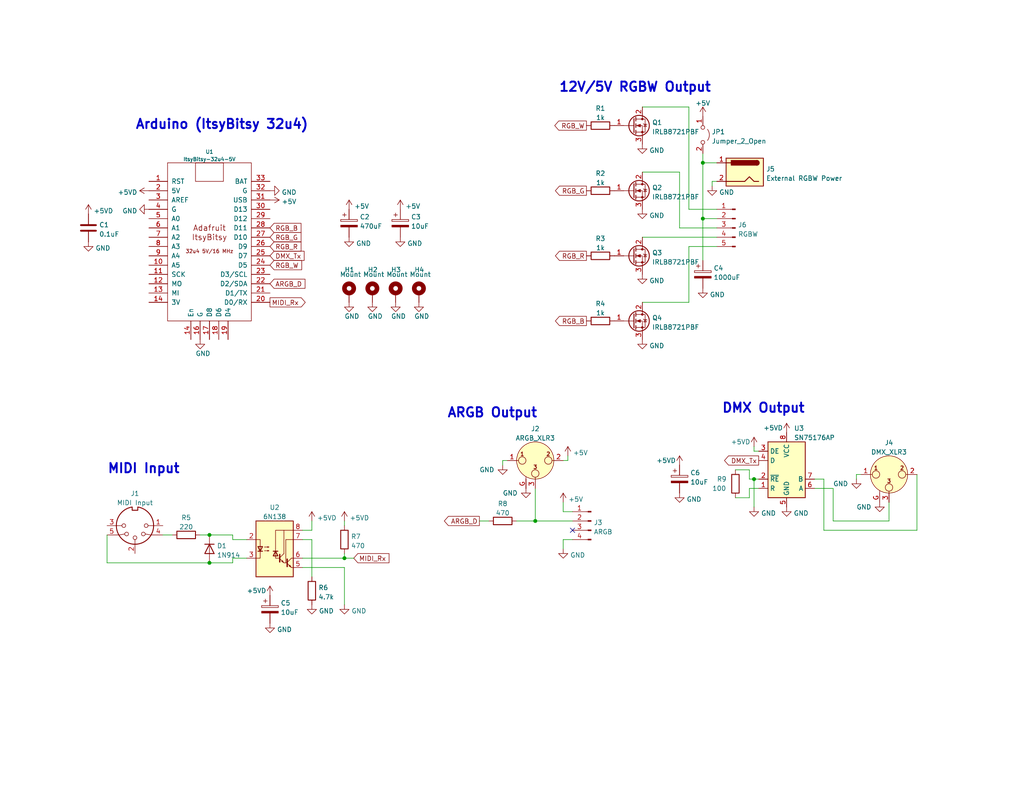
<source format=kicad_sch>
(kicad_sch (version 20211123) (generator eeschema)
  (paper "A")
  (title_block (title "Arduino MIDI ARGB DMX") (date "2022-05-06") (rev "1") (company "Cooper Dalrymple") (comment 1 "Avoid swapping DMX and ARGB connections.") (comment 2 "XLR connector is provided for longer ARGB runs.") (comment 4 "Convert Midi input to ARGB/RGB and DMX outputs with an Arduino."))
  (lib_symbols
    (symbol "Connector:Barrel_Jack" (pin_names (offset 1.016))
      (property "Reference" "J" (at 0 5.334 0))
      (property "Value" "Barrel_Jack" (at 0 -5.08 0))
      (symbol "Barrel_Jack_0_1"
        (rectangle (start -5.08 3.81) (end 5.08 -3.81) (stroke (width 0.254)) (fill (type background)))
        (arc (start -3.302 3.175) (mid -3.937 2.54) (end -3.302 1.905) (stroke (width 0.254)))
        (arc (start -3.302 3.175) (mid -3.937 2.54) (end -3.302 1.905) (stroke (width 0.254)) (fill (type outline)))
        (polyline (pts (xy 5.08 2.54) (xy 3.81 2.54)) (stroke (width 0.254)))
        (polyline (pts (xy -3.81 -2.54) (xy -2.54 -2.54) (xy -1.27 -1.27) (xy 0 -2.54) (xy 2.54 -2.54) (xy 5.08 -2.54)) (stroke (width 0.254)))
        (rectangle (start 3.683 3.175) (end -3.302 1.905) (stroke (width 0.254)) (fill (type outline)))
      )
      (symbol "Barrel_Jack_1_1"
        (pin passive line (at 7.62 2.54 180) (length 2.54) (name "~") (number "1"))
        (pin passive line (at 7.62 -2.54 180) (length 2.54) (name "~") (number "2"))
      )
    )
    (symbol "Connector:Conn_01x04_Male" (pin_names (offset 1.016) hide)
      (property "Reference" "J" (at 0 5.08 0))
      (property "Value" "Conn_01x04_Male" (at 0 -7.62 0))
      (symbol "Conn_01x04_Male_1_1"
        (polyline (pts (xy 1.27 -5.08) (xy 0.8636 -5.08)) (stroke (width 0.1524)))
        (polyline (pts (xy 1.27 -2.54) (xy 0.8636 -2.54)) (stroke (width 0.1524)))
        (polyline (pts (xy 1.27 0) (xy 0.8636 0)) (stroke (width 0.1524)))
        (polyline (pts (xy 1.27 2.54) (xy 0.8636 2.54)) (stroke (width 0.1524)))
        (rectangle (start 0.8636 -4.953) (end 0 -5.207) (stroke (width 0.1524)) (fill (type outline)))
        (rectangle (start 0.8636 -2.413) (end 0 -2.667) (stroke (width 0.1524)) (fill (type outline)))
        (rectangle (start 0.8636 0.127) (end 0 -0.127) (stroke (width 0.1524)) (fill (type outline)))
        (rectangle (start 0.8636 2.667) (end 0 2.413) (stroke (width 0.1524)) (fill (type outline)))
        (pin passive line (at 5.08 2.54 180) (length 3.81) (name "Pin_1") (number "1"))
        (pin passive line (at 5.08 0 180) (length 3.81) (name "Pin_2") (number "2"))
        (pin passive line (at 5.08 -2.54 180) (length 3.81) (name "Pin_3") (number "3"))
        (pin passive line (at 5.08 -5.08 180) (length 3.81) (name "Pin_4") (number "4"))
      )
    )
    (symbol "Connector:Conn_01x05_Male" (pin_names (offset 1.016) hide)
      (property "Reference" "J" (at 0 7.62 0))
      (property "Value" "Conn_01x05_Male" (at 0 -7.62 0))
      (symbol "Conn_01x05_Male_1_1"
        (polyline (pts (xy 1.27 -5.08) (xy 0.8636 -5.08)) (stroke (width 0.1524)))
        (polyline (pts (xy 1.27 -2.54) (xy 0.8636 -2.54)) (stroke (width 0.1524)))
        (polyline (pts (xy 1.27 0) (xy 0.8636 0)) (stroke (width 0.1524)))
        (polyline (pts (xy 1.27 2.54) (xy 0.8636 2.54)) (stroke (width 0.1524)))
        (polyline (pts (xy 1.27 5.08) (xy 0.8636 5.08)) (stroke (width 0.1524)))
        (rectangle (start 0.8636 -4.953) (end 0 -5.207) (stroke (width 0.1524)) (fill (type outline)))
        (rectangle (start 0.8636 -2.413) (end 0 -2.667) (stroke (width 0.1524)) (fill (type outline)))
        (rectangle (start 0.8636 0.127) (end 0 -0.127) (stroke (width 0.1524)) (fill (type outline)))
        (rectangle (start 0.8636 2.667) (end 0 2.413) (stroke (width 0.1524)) (fill (type outline)))
        (rectangle (start 0.8636 5.207) (end 0 4.953) (stroke (width 0.1524)) (fill (type outline)))
        (pin passive line (at 5.08 5.08 180) (length 3.81) (name "Pin_1") (number "1"))
        (pin passive line (at 5.08 2.54 180) (length 3.81) (name "Pin_2") (number "2"))
        (pin passive line (at 5.08 0 180) (length 3.81) (name "Pin_3") (number "3"))
        (pin passive line (at 5.08 -2.54 180) (length 3.81) (name "Pin_4") (number "4"))
        (pin passive line (at 5.08 -5.08 180) (length 3.81) (name "Pin_5") (number "5"))
      )
    )
    (symbol "Connector:DIN-5_180degree" (pin_names (offset 1.016))
      (property "Reference" "J" (at 3.175 5.715 0))
      (property "Value" "DIN-5_180degree" (at 0 -6.35 0))
      (symbol "DIN-5_180degree_0_1"
        (arc (start -5.08 0) (mid -3.8609 -3.3364) (end -0.762 -5.08) (stroke (width 0.254)))
        (circle (center -3.048 0) (radius 0.508))
        (circle (center -2.286 2.286) (radius 0.508))
        (polyline (pts (xy -5.08 0) (xy -3.556 0)))
        (polyline (pts (xy 0 5.08) (xy 0 3.81)))
        (polyline (pts (xy 5.08 0) (xy 3.556 0)))
        (polyline (pts (xy -5.08 2.54) (xy -4.318 2.54) (xy -2.794 2.286)))
        (polyline (pts (xy 5.08 2.54) (xy 4.318 2.54) (xy 2.794 2.286)))
        (polyline (pts (xy -0.762 -4.953) (xy -0.762 -4.191) (xy 0.762 -4.191) (xy 0.762 -4.953)) (stroke (width 0.254)))
        (circle (center 0 3.302) (radius 0.508))
        (arc (start 0.762 -5.08) (mid 3.8685 -3.343) (end 5.08 0) (stroke (width 0.254)))
        (circle (center 2.286 2.286) (radius 0.508))
        (circle (center 3.048 0) (radius 0.508))
        (arc (start 5.08 0) (mid 0 5.08) (end -5.08 0) (stroke (width 0.254)))
      )
      (symbol "DIN-5_180degree_1_1"
        (pin passive line (at -7.62 0 0) (length 2.54) (name "~") (number "1"))
        (pin passive line (at 0 7.62 270) (length 2.54) (name "~") (number "2"))
        (pin passive line (at 7.62 0 180) (length 2.54) (name "~") (number "3"))
        (pin passive line (at -7.62 2.54 0) (length 2.54) (name "~") (number "4"))
        (pin passive line (at 7.62 2.54 180) (length 2.54) (name "~") (number "5"))
      )
    )
    (symbol "Connector:XLR3_Ground" (pin_names hide)
      (property "Reference" "J" (at 0 8.89 0))
      (property "Value" "XLR3_Ground" (at 0 6.35 0))
      (symbol "XLR3_Ground_0_1"
        (circle (center -3.556 0) (radius 1.016))
        (circle (center 0 -3.556) (radius 1.016))
        (polyline (pts (xy -5.08 0) (xy -4.572 0)))
        (polyline (pts (xy -2.54 -5.08) (xy -2.54 -4.445)))
        (polyline (pts (xy 0 -5.08) (xy 0 -4.572)))
        (polyline (pts (xy 5.08 0) (xy 4.572 0)))
        (circle (center 0 0) (radius 5.08) (fill (type background)))
        (circle (center 3.556 0) (radius 1.016))
        (text "1" (at -3.556 1.778 0) (effects (font (size 1.016 1.016) bold)))
        (text "2" (at 3.556 1.778 0) (effects (font (size 1.016 1.016) bold)))
        (text "3" (at 0 -1.778 0) (effects (font (size 1.016 1.016) bold)))
        (pin passive line (at -7.62 0 0) (length 2.54) (name "~") (number "1"))
        (pin passive line (at 7.62 0 180) (length 2.54) (name "~") (number "2"))
        (pin passive line (at 0 -7.62 90) (length 2.54) (name "~") (number "3"))
      )
      (symbol "XLR3_Ground_1_1"
        (pin passive line (at -2.54 -7.62 90) (length 2.54) (name "~") (number "G"))
      )
    )
    (symbol "Device:C" (pin_numbers hide) (pin_names (offset 0.254))
      (property "Reference" "C" (at 0.635 2.54 0))
      (property "Value" "C" (at 0.635 -2.54 0))
      (symbol "C_0_1"
        (polyline (pts (xy -2.032 -0.762) (xy 2.032 -0.762)) (stroke (width 0.508)))
        (polyline (pts (xy -2.032 0.762) (xy 2.032 0.762)) (stroke (width 0.508)))
      )
      (symbol "C_1_1"
        (pin passive line (at 0 3.81 270) (length 2.794) (name "~") (number "1"))
        (pin passive line (at 0 -3.81 90) (length 2.794) (name "~") (number "2"))
      )
    )
    (symbol "Device:C_Polarized" (pin_numbers hide) (pin_names (offset 0.254))
      (property "Reference" "C" (at 0.635 2.54 0))
      (property "Value" "C_Polarized" (at 0.635 -2.54 0))
      (symbol "C_Polarized_0_1"
        (rectangle (start -2.286 0.508) (end 2.286 1.016))
        (polyline (pts (xy -1.778 2.286) (xy -0.762 2.286)))
        (polyline (pts (xy -1.27 2.794) (xy -1.27 1.778)))
        (rectangle (start 2.286 -0.508) (end -2.286 -1.016) (fill (type outline)))
      )
      (symbol "C_Polarized_1_1"
        (pin passive line (at 0 3.81 270) (length 2.794) (name "~") (number "1"))
        (pin passive line (at 0 -3.81 90) (length 2.794) (name "~") (number "2"))
      )
    )
    (symbol "Device:R" (pin_numbers hide) (pin_names (offset 0))
      (property "Reference" "R" (at 2.032 0 90))
      (property "Value" "R" (at 0 0 90))
      (symbol "R_0_1"
        (rectangle (start -1.016 -2.54) (end 1.016 2.54) (stroke (width 0.254)))
      )
      (symbol "R_1_1"
        (pin passive line (at 0 3.81 270) (length 1.27) (name "~") (number "1"))
        (pin passive line (at 0 -3.81 90) (length 1.27) (name "~") (number "2"))
      )
    )
    (symbol "Diode:1N914" (pin_numbers hide) (pin_names (offset 1.016) hide)
      (property "Reference" "D" (at 0 2.54 0))
      (property "Value" "1N914" (at 0 -2.54 0))
      (symbol "1N914_0_1"
        (polyline (pts (xy -1.27 1.27) (xy -1.27 -1.27)) (stroke (width 0.254)))
        (polyline (pts (xy 1.27 0) (xy -1.27 0)))
        (polyline (pts (xy 1.27 1.27) (xy 1.27 -1.27) (xy -1.27 0) (xy 1.27 1.27)) (stroke (width 0.254)))
      )
      (symbol "1N914_1_1"
        (pin passive line (at -3.81 0 0) (length 2.54) (name "K") (number "1"))
        (pin passive line (at 3.81 0 180) (length 2.54) (name "A") (number "2"))
      )
    )
    (symbol "Interface_UART:SN75176AP"
      (property "Reference" "U" (at -4.318 8.89 0))
      (property "Value" "SN75176AP" (at 1.016 8.89 0))
      (symbol "SN75176AP_0_1"
        (rectangle (start -5.08 7.62) (end 5.08 -7.62) (stroke (width 0.254)) (fill (type background)))
      )
      (symbol "SN75176AP_1_1"
        (pin output line (at -7.62 -5.08 0) (length 2.54) (name "R") (number "1"))
        (pin input line (at -7.62 -2.54 0) (length 2.54) (name "~{RE}") (number "2"))
        (pin input line (at -7.62 5.08 0) (length 2.54) (name "DE") (number "3"))
        (pin input line (at -7.62 2.54 0) (length 2.54) (name "D") (number "4"))
        (pin power_in line (at 0 -10.16 90) (length 2.54) (name "GND") (number "5"))
        (pin bidirectional line (at 7.62 -5.08 180) (length 2.54) (name "A") (number "6"))
        (pin bidirectional line (at 7.62 -2.54 180) (length 2.54) (name "B") (number "7"))
        (pin power_in line (at 0 10.16 270) (length 2.54) (name "VCC") (number "8"))
      )
    )
    (symbol "Isolator:6N138" (pin_names (offset 1.016) hide)
      (property "Reference" "U" (at -4.064 8.89 0))
      (property "Value" "6N138" (at 2.286 8.89 0))
      (symbol "6N138_0_1"
        (rectangle (start -5.08 7.62) (end 5.08 -7.62) (stroke (width 0.254)) (fill (type background)))
        (polyline (pts (xy -4.572 -0.635) (xy -3.302 -0.635)) (stroke (width 0.254)))
        (polyline (pts (xy 0.889 -0.635) (xy -0.381 -0.635)) (stroke (width 0.254)))
        (polyline (pts (xy 1.397 -2.667) (xy 2.54 -3.81)))
        (polyline (pts (xy 1.397 -2.413) (xy 2.54 -1.27)))
        (polyline (pts (xy 2.54 -3.81) (xy 3.175 -3.81)))
        (polyline (pts (xy 3.429 -3.937) (xy 4.572 -5.08)))
        (polyline (pts (xy 3.429 -3.683) (xy 4.572 -2.54)))
        (polyline (pts (xy 4.572 -5.08) (xy 5.08 -5.08)))
        (polyline (pts (xy 4.572 -2.54) (xy 5.08 -2.54)))
        (polyline (pts (xy 1.397 -1.524) (xy 1.397 -3.556) (xy 1.397 -3.556)) (stroke (width 0.3556)))
        (polyline (pts (xy 2.54 -1.27) (xy 2.54 5.08) (xy 5.08 5.08)))
        (polyline (pts (xy 3.429 -2.794) (xy 3.429 -4.826) (xy 3.429 -4.826)) (stroke (width 0.3556)))
        (polyline (pts (xy 5.08 2.54) (xy 3.048 2.54) (xy 3.048 -3.81)))
        (polyline (pts (xy -5.08 -2.54) (xy -3.937 -2.54) (xy -3.937 2.54) (xy -5.08 2.54)))
        (polyline (pts (xy -3.937 -0.635) (xy -4.572 0.635) (xy -3.302 0.635) (xy -3.937 -0.635)) (stroke (width 0.254)))
        (polyline (pts (xy 0.254 -0.635) (xy 0.889 -1.905) (xy -0.381 -1.905) (xy 0.254 -0.635)) (stroke (width 0.254)))
        (polyline (pts (xy 1.27 -2.54) (xy 0.254 -2.54) (xy 0.254 5.08) (xy 2.54 5.08)))
        (polyline (pts (xy 2.413 -3.683) (xy 2.159 -3.175) (xy 1.905 -3.429) (xy 2.413 -3.683)))
        (polyline (pts (xy 4.445 -4.953) (xy 4.191 -4.445) (xy 3.937 -4.699) (xy 4.445 -4.953)))
        (polyline (pts (xy -2.794 -0.508) (xy -1.524 -0.508) (xy -1.905 -0.635) (xy -1.905 -0.381) (xy -1.524 -0.508)))
        (polyline (pts (xy -2.794 0.508) (xy -1.524 0.508) (xy -1.905 0.381) (xy -1.905 0.635) (xy -1.524 0.508)))
      )
      (symbol "6N138_1_1"
        (pin no_connect line (at -5.08 5.08 0) (length 2.54) hide (name "NC") (number "1"))
        (pin passive line (at -7.62 2.54 0) (length 2.54) (name "C1") (number "2"))
        (pin passive line (at -7.62 -2.54 0) (length 2.54) (name "C2") (number "3"))
        (pin no_connect line (at -5.08 -5.08 0) (length 2.54) hide (name "NC") (number "4"))
        (pin passive line (at 7.62 -5.08 180) (length 2.54) (name "GND") (number "5"))
        (pin passive line (at 7.62 -2.54 180) (length 2.54) (name "VO2") (number "6"))
        (pin passive line (at 7.62 2.54 180) (length 2.54) (name "VO1") (number "7"))
        (pin passive line (at 7.62 5.08 180) (length 2.54) (name "VCC") (number "8"))
      )
    )
    (symbol "ItsyBitsy 32u4 5V:ItsyBitsy-32u4-5V" (pin_names (offset 1.016))
      (property "Reference" "U" (at 11.43 22.86 0))
      (property "Value" "ItsyBitsy-32u4-5V" (at -11.43 22.86 0))
      (symbol "ItsyBitsy-32u4-5V_0_0"
        (rectangle (start -3.81 21.59) (end 3.81 16.51))
        (text "32u4 5V/16 MHz" (at 0 -2.54 0) (effects (font (size 0.9906 0.9906))))
        (text "Adafruit" (at 0 3.81 0) (effects (font (size 1.524 1.524))))
        (text "ItsyBitsy" (at 0 1.27 0) (effects (font (size 1.524 1.524))))
      )
      (symbol "ItsyBitsy-32u4-5V_0_1"
        (rectangle (start 11.43 21.59) (end -11.43 -21.59))
      )
      (symbol "ItsyBitsy-32u4-5V_1_1"
        (pin input line (at -16.51 16.51 0) (length 5.08) (name "RST") (number "1"))
        (pin input line (at -16.51 -6.35 0) (length 5.08) (name "A5") (number "10"))
        (pin input line (at -16.51 -8.89 0) (length 5.08) (name "SCK") (number "11"))
        (pin input line (at -16.51 -11.43 0) (length 5.08) (name "MO") (number "12"))
        (pin input line (at -16.51 -13.97 0) (length 5.08) (name "MI") (number "13"))
        (pin input line (at -16.51 -16.51 0) (length 5.08) (name "3V") (number "14"))
        (pin input line (at -5.08 -26.67 90) (length 5.08) (name "En") (number "14"))
        (pin input line (at -2.54 -26.67 90) (length 5.08) (name "G") (number "16"))
        (pin input line (at 0 -26.67 90) (length 5.08) (name "D8") (number "17"))
        (pin input line (at 2.54 -26.67 90) (length 5.08) (name "D6") (number "18"))
        (pin input line (at 5.08 -26.67 90) (length 5.08) (name "D4") (number "19"))
        (pin input line (at -16.51 13.97 0) (length 5.08) (name "5V") (number "2"))
        (pin input line (at 16.51 -16.51 180) (length 5.08) (name "D0/RX") (number "20"))
        (pin input line (at 16.51 -13.97 180) (length 5.08) (name "D1/TX") (number "21"))
        (pin input line (at 16.51 -11.43 180) (length 5.08) (name "D2/SDA") (number "22"))
        (pin input line (at 16.51 -8.89 180) (length 5.08) (name "D3/SCL") (number "23"))
        (pin input line (at 16.51 -6.35 180) (length 5.08) (name "D5") (number "24"))
        (pin input line (at 16.51 -3.81 180) (length 5.08) (name "D7") (number "25"))
        (pin input line (at 16.51 -1.27 180) (length 5.08) (name "D9") (number "26"))
        (pin input line (at 16.51 1.27 180) (length 5.08) (name "D10") (number "27"))
        (pin input line (at 16.51 3.81 180) (length 5.08) (name "D11") (number "28"))
        (pin input line (at 16.51 6.35 180) (length 5.08) (name "D12") (number "29"))
        (pin input line (at -16.51 11.43 0) (length 5.08) (name "AREF") (number "3"))
        (pin input line (at 16.51 8.89 180) (length 5.08) (name "D13") (number "30"))
        (pin input line (at 16.51 11.43 180) (length 5.08) (name "USB") (number "31"))
        (pin input line (at 16.51 13.97 180) (length 5.08) (name "G") (number "32"))
        (pin input line (at 16.51 16.51 180) (length 5.08) (name "BAT") (number "33"))
        (pin input line (at -16.51 8.89 0) (length 5.08) (name "G") (number "4"))
        (pin input line (at -16.51 6.35 0) (length 5.08) (name "A0") (number "5"))
        (pin input line (at -16.51 3.81 0) (length 5.08) (name "A1") (number "6"))
        (pin input line (at -16.51 1.27 0) (length 5.08) (name "A2") (number "7"))
        (pin input line (at -16.51 -1.27 0) (length 5.08) (name "A3") (number "8"))
        (pin input line (at -16.51 -3.81 0) (length 5.08) (name "A4") (number "9"))
      )
    )
    (symbol "Jumper:Jumper_2_Open" (pin_names (offset 0) hide)
      (property "Reference" "JP" (at 0 2.794 0))
      (property "Value" "Jumper_2_Open" (at 0 -2.286 0))
      (symbol "Jumper_2_Open_0_0"
        (circle (center -2.032 0) (radius 0.508))
        (circle (center 2.032 0) (radius 0.508))
      )
      (symbol "Jumper_2_Open_0_1"
        (arc (start 1.524 1.27) (mid 0 1.778) (end -1.524 1.27))
      )
      (symbol "Jumper_2_Open_1_1"
        (pin passive line (at -5.08 0 0) (length 2.54) (name "A") (number "1"))
        (pin passive line (at 5.08 0 180) (length 2.54) (name "B") (number "2"))
      )
    )
    (symbol "Mechanical:MountingHole_Pad" (pin_numbers hide) (pin_names (offset 1.016) hide)
      (property "Reference" "H" (at 0 6.35 0))
      (property "Value" "MountingHole_Pad" (at 0 4.445 0))
      (symbol "MountingHole_Pad_0_1"
        (circle (center 0 1.27) (radius 1.27) (stroke (width 1.27)))
      )
      (symbol "MountingHole_Pad_1_1"
        (pin input line (at 0 -2.54 90) (length 2.54) (name "1") (number "1"))
      )
    )
    (symbol "Transistor_FET:IRLB8721PBF" (pin_names hide)
      (property "Reference" "Q" (at 6.35 1.905 0))
      (property "Value" "IRLB8721PBF" (at 6.35 0 0))
      (symbol "IRLB8721PBF_0_1"
        (polyline (pts (xy 0.254 0) (xy -2.54 0)))
        (polyline (pts (xy 0.254 1.905) (xy 0.254 -1.905)) (stroke (width 0.254)))
        (polyline (pts (xy 0.762 -1.27) (xy 0.762 -2.286)) (stroke (width 0.254)))
        (polyline (pts (xy 0.762 0.508) (xy 0.762 -0.508)) (stroke (width 0.254)))
        (polyline (pts (xy 0.762 2.286) (xy 0.762 1.27)) (stroke (width 0.254)))
        (polyline (pts (xy 2.54 2.54) (xy 2.54 1.778)))
        (polyline (pts (xy 2.54 -2.54) (xy 2.54 0) (xy 0.762 0)))
        (polyline (pts (xy 0.762 -1.778) (xy 3.302 -1.778) (xy 3.302 1.778) (xy 0.762 1.778)))
        (polyline (pts (xy 1.016 0) (xy 2.032 0.381) (xy 2.032 -0.381) (xy 1.016 0)) (fill (type outline)))
        (polyline (pts (xy 2.794 0.508) (xy 2.921 0.381) (xy 3.683 0.381) (xy 3.81 0.254)))
        (polyline (pts (xy 3.302 0.381) (xy 2.921 -0.254) (xy 3.683 -0.254) (xy 3.302 0.381)))
        (circle (center 1.651 0) (radius 2.794) (stroke (width 0.254)))
        (circle (center 2.54 -1.778) (radius 0.254) (fill (type outline)))
        (circle (center 2.54 1.778) (radius 0.254) (fill (type outline)))
      )
      (symbol "IRLB8721PBF_1_1"
        (pin input line (at -5.08 0 0) (length 2.54) (name "G") (number "1"))
        (pin passive line (at 2.54 5.08 270) (length 2.54) (name "D") (number "2"))
        (pin passive line (at 2.54 -5.08 90) (length 2.54) (name "S") (number "3"))
      )
    )
    (symbol "power:+5V" (power) (pin_names (offset 0))
      (property "Value" "+5V" (at 0 3.556 0))
      (symbol "+5V_0_1"
        (polyline (pts (xy -0.762 1.27) (xy 0 2.54)))
        (polyline (pts (xy 0 0) (xy 0 2.54)))
        (polyline (pts (xy 0 2.54) (xy 0.762 1.27)))
      )
      (symbol "+5V_1_1"
        (pin power_in line (at 0 0 90) (length 0) hide (name "+5V") (number "1"))
      )
    )
    (symbol "power:+5VD" (power) (pin_names (offset 0))
      (property "Value" "+5VD" (at 0 3.556 0))
      (symbol "+5VD_0_1"
        (polyline (pts (xy -0.762 1.27) (xy 0 2.54)))
        (polyline (pts (xy 0 0) (xy 0 2.54)))
        (polyline (pts (xy 0 2.54) (xy 0.762 1.27)))
      )
      (symbol "+5VD_1_1"
        (pin power_in line (at 0 0 90) (length 0) hide (name "+5VD") (number "1"))
      )
    )
    (symbol "power:GND" (power) (pin_names (offset 0))
      (property "Value" "GND" (at 0 -3.81 0))
      (symbol "GND_0_1"
        (polyline (pts (xy 0 0) (xy 0 -1.27) (xy 1.27 -1.27) (xy 0 -2.54) (xy -1.27 -1.27) (xy 0 -1.27)))
      )
      (symbol "GND_1_1"
        (pin power_in line (at 0 0 270) (length 0) hide (name "GND") (number "1"))
      )
    )
  )
  (junction (at 191.77 59.69))
  (junction (at 191.77 44.45))
  (junction (at 146.05 142.24))
  (junction (at 57.15 146.05))
  (junction (at 205.74 130.81))
  (junction (at 93.98 152.4))
  (junction (at 57.15 153.67))
  (no_connect (at 156.21 144.78))
  (wire (pts (xy 54.61 146.05) (xy 57.15 146.05)))
  (wire (pts (xy 191.77 44.45) (xy 191.77 59.69)))
  (wire (pts (xy 191.77 41.91) (xy 191.77 44.45)))
  (wire (pts (xy 205.74 123.19) (xy 205.74 121.92)))
  (wire (pts (xy 44.45 146.05) (xy 46.99 146.05)))
  (wire (pts (xy 29.21 146.05) (xy 29.21 153.67)))
  (wire (pts (xy 234.95 129.54) (xy 233.68 129.54)))
  (wire (pts (xy 175.26 82.55) (xy 187.96 82.55)))
  (wire (pts (xy 153.67 125.73) (xy 154.94 125.73)))
  (wire (pts (xy 67.31 152.4) (xy 63.5 152.4)))
  (wire (pts (xy 82.55 147.32) (xy 85.09 147.32)))
  (wire (pts (xy 242.57 142.24) (xy 242.57 137.16)))
  (wire (pts (xy 85.09 142.24) (xy 85.09 144.78)))
  (wire (pts (xy 137.16 125.73) (xy 137.16 127)))
  (wire (pts (xy 138.43 125.73) (xy 137.16 125.73)))
  (wire (pts (xy 93.98 152.4) (xy 96.52 152.4)))
  (wire (pts (xy 227.33 133.35) (xy 227.33 142.24)))
  (wire (pts (xy 185.42 46.99) (xy 185.42 62.23)))
  (wire (pts (xy 224.79 144.78) (xy 250.19 144.78)))
  (wire (pts (xy 146.05 142.24) (xy 156.21 142.24)))
  (wire (pts (xy 175.26 46.99) (xy 185.42 46.99)))
  (wire (pts (xy 187.96 57.15) (xy 195.58 57.15)))
  (wire (pts (xy 204.47 128.27) (xy 204.47 130.81)))
  (wire (pts (xy 175.26 64.77) (xy 195.58 64.77)))
  (wire (pts (xy 250.19 144.78) (xy 250.19 129.54)))
  (wire (pts (xy 185.42 62.23) (xy 195.58 62.23)))
  (wire (pts (xy 191.77 44.45) (xy 195.58 44.45)))
  (wire (pts (xy 205.74 130.81) (xy 205.74 138.43)))
  (wire (pts (xy 93.98 152.4) (xy 93.98 151.13)))
  (wire (pts (xy 82.55 154.94) (xy 93.98 154.94)))
  (wire (pts (xy 187.96 67.31) (xy 195.58 67.31)))
  (wire (pts (xy 29.21 153.67) (xy 57.15 153.67)))
  (wire (pts (xy 130.81 142.24) (xy 133.35 142.24)))
  (wire (pts (xy 200.66 135.89) (xy 204.47 135.89)))
  (wire (pts (xy 195.58 49.53) (xy 194.31 49.53)))
  (wire (pts (xy 63.5 147.32) (xy 63.5 146.05)))
  (wire (pts (xy 233.68 129.54) (xy 233.68 130.81)))
  (wire (pts (xy 204.47 130.81) (xy 205.74 130.81)))
  (wire (pts (xy 153.67 137.16) (xy 153.67 139.7)))
  (wire (pts (xy 153.67 139.7) (xy 156.21 139.7)))
  (wire (pts (xy 207.01 123.19) (xy 205.74 123.19)))
  (wire (pts (xy 82.55 152.4) (xy 93.98 152.4)))
  (wire (pts (xy 85.09 144.78) (xy 82.55 144.78)))
  (wire (pts (xy 187.96 82.55) (xy 187.96 67.31)))
  (wire (pts (xy 204.47 135.89) (xy 204.47 133.35)))
  (wire (pts (xy 187.96 29.21) (xy 187.96 57.15)))
  (wire (pts (xy 191.77 59.69) (xy 191.77 71.12)))
  (wire (pts (xy 67.31 147.32) (xy 63.5 147.32)))
  (wire (pts (xy 85.09 147.32) (xy 85.09 157.48)))
  (wire (pts (xy 93.98 154.94) (xy 93.98 165.1)))
  (wire (pts (xy 140.97 142.24) (xy 146.05 142.24)))
  (wire (pts (xy 156.21 147.32) (xy 153.67 147.32)))
  (wire (pts (xy 205.74 130.81) (xy 207.01 130.81)))
  (wire (pts (xy 222.25 133.35) (xy 227.33 133.35)))
  (wire (pts (xy 153.67 147.32) (xy 153.67 149.86)))
  (wire (pts (xy 146.05 133.35) (xy 146.05 142.24)))
  (wire (pts (xy 63.5 146.05) (xy 57.15 146.05)))
  (wire (pts (xy 227.33 142.24) (xy 242.57 142.24)))
  (wire (pts (xy 200.66 128.27) (xy 204.47 128.27)))
  (wire (pts (xy 63.5 153.67) (xy 57.15 153.67)))
  (wire (pts (xy 175.26 29.21) (xy 187.96 29.21)))
  (wire (pts (xy 191.77 59.69) (xy 195.58 59.69)))
  (wire (pts (xy 63.5 152.4) (xy 63.5 153.67)))
  (wire (pts (xy 93.98 143.51) (xy 93.98 142.24)))
  (wire (pts (xy 224.79 130.81) (xy 224.79 144.78)))
  (wire (pts (xy 204.47 133.35) (xy 207.01 133.35)))
  (wire (pts (xy 222.25 130.81) (xy 224.79 130.81)))
  (wire (pts (xy 194.31 49.53) (xy 194.31 50.8)))
  (wire (pts (xy 154.94 125.73) (xy 154.94 124.46)))
  (text "MIDI Input" (at 29.21 129.54 0) (effects (font (size 2.54 2.54) (thickness 0.508) bold) (justify left bottom)))
  (text "Arduino (ItsyBitsy 32u4)" (at 36.83 35.56 0) (effects (font (size 2.54 2.54) (thickness 0.508) bold) (justify left bottom)))
  (text "ARGB Output" (at 121.92 114.3 0) (effects (font (size 2.54 2.54) (thickness 0.508) bold) (justify left bottom)))
  (text "12V/5V RGBW Output" (at 152.4 25.4 0) (effects (font (size 2.54 2.54) (thickness 0.508) bold) (justify left bottom)))
  (text "DMX Output" (at 196.85 113.03 0) (effects (font (size 2.54 2.54) (thickness 0.508) bold) (justify left bottom)))
  (global_label "ARGB_D" (shape output) (at 130.81 142.24 180) (property "Intersheet References" "${INTERSHEET_REFS}" (effects hide)))
  (global_label "MIDI_Rx" (shape output) (at 73.66 82.55 0) (property "Intersheet References" "${INTERSHEET_REFS}" (effects hide)))
  (global_label "RGB_B" (shape output) (at 160.02 87.63 180) (property "Intersheet References" "${INTERSHEET_REFS}" (effects hide)))
  (global_label "RGB_W" (shape input) (at 73.66 72.39 0) (property "Intersheet References" "${INTERSHEET_REFS}" (effects hide)))
  (global_label "DMX_Tx" (shape output) (at 207.01 125.73 180) (property "Intersheet References" "${INTERSHEET_REFS}" (effects hide)))
  (global_label "RGB_B" (shape input) (at 73.66 62.23 0) (property "Intersheet References" "${INTERSHEET_REFS}" (effects hide)))
  (global_label "ARGB_D" (shape input) (at 73.66 77.47 0) (property "Intersheet References" "${INTERSHEET_REFS}" (effects hide)))
  (global_label "MIDI_Rx" (shape input) (at 96.52 152.4 0) (property "Intersheet References" "${INTERSHEET_REFS}" (effects hide)))
  (global_label "RGB_R" (shape output) (at 160.02 69.85 180) (property "Intersheet References" "${INTERSHEET_REFS}" (effects hide)))
  (global_label "RGB_G" (shape output) (at 160.02 52.07 180) (property "Intersheet References" "${INTERSHEET_REFS}" (effects hide)))
  (global_label "RGB_R" (shape input) (at 73.66 67.31 0) (property "Intersheet References" "${INTERSHEET_REFS}" (effects hide)))
  (global_label "RGB_W" (shape output) (at 160.02 34.29 180) (property "Intersheet References" "${INTERSHEET_REFS}" (effects hide)))
  (global_label "DMX_Tx" (shape input) (at 73.66 69.85 0) (property "Intersheet References" "${INTERSHEET_REFS}" (effects hide)))
  (global_label "RGB_G" (shape input) (at 73.66 64.77 0) (property "Intersheet References" "${INTERSHEET_REFS}" (effects hide)))
  (symbol (lib_id "Transistor_FET:IRLB8721PBF") (at 172.72 69.85 0) (unit 1)
    (property "Reference" "Q3" (at 177.927 69.0153 0) (effects (justify left)))
    (property "Value" "IRLB8721PBF" (at 177.927 71.5522 0) (effects (justify left)))
    (property "Footprint" "Package_TO_SOT_THT:TO-220-3_Vertical" (effects hide))
    (property "Datasheet" "http://www.infineon.com/dgdl/irlb8721pbf.pdf?fileId=5546d462533600a40153566056732591" (effects hide))
  )
  (symbol (lib_id "Connector:XLR3_Ground") (at 242.57 129.54 0) (unit 1)
    (property "Reference" "J4" (at 242.57 120.8872 0))
    (property "Value" "DMX_XLR3" (at 242.57 123.4241 0))
    (property "Footprint" "Connector_Audio:Jack_XLR_Neutrik_NC3FAAH2_Horizontal" (effects hide))
    (property "Datasheet" " ~" (effects hide))
  )
  (symbol (lib_id "Device:R") (at 163.83 87.63 90) (unit 1)
    (property "Reference" "R4" (at 163.83 82.9142 90))
    (property "Value" "1k" (at 163.83 85.4511 90))
    (property "Footprint" "Resistor_THT:R_Axial_DIN0207_L6.3mm_D2.5mm_P7.62mm_Horizontal" (effects hide))
  )
  (symbol (lib_id "power:GND") (at 107.95 82.55 0) (unit 1)
    (property "Reference" "#PWR0139" (effects hide))
    (property "Value" "GND" (at 106.68 86.36 0) (effects (justify left)))
  )
  (symbol (lib_id "power:GND") (at 114.3 82.55 0) (unit 1)
    (property "Reference" "#PWR0138" (effects hide))
    (property "Value" "GND" (at 113.03 86.36 0) (effects (justify left)))
  )
  (symbol (lib_id "power:GND") (at 175.26 74.93 0) (unit 1)
    (property "Reference" "#PWR0133" (effects hide))
    (property "Value" "GND" (at 177.165 76.6338 0) (effects (justify left)))
  )
  (symbol (lib_id "Connector:Barrel_Jack") (at 203.2 46.99 0) (mirror y) (unit 1)
    (property "Reference" "J5" (at 209.042 46.1553 0) (effects (justify right)))
    (property "Value" "External RGBW Power" (at 209.042 48.6922 0) (effects (justify right)))
    (property "Footprint" "Connector_BarrelJack:BarrelJack_Horizontal" (effects hide))
  )
  (symbol (lib_id "Transistor_FET:IRLB8721PBF") (at 172.72 52.07 0) (unit 1)
    (property "Reference" "Q2" (at 177.927 51.2353 0) (effects (justify left)))
    (property "Value" "IRLB8721PBF" (at 177.927 53.7722 0) (effects (justify left)))
    (property "Footprint" "Package_TO_SOT_THT:TO-220-3_Vertical" (effects hide))
    (property "Datasheet" "http://www.infineon.com/dgdl/irlb8721pbf.pdf?fileId=5546d462533600a40153566056732591" (effects hide))
  )
  (symbol (lib_id "Device:R") (at 93.98 147.32 180) (unit 1)
    (property "Reference" "R7" (at 95.758 146.4853 0) (effects (justify right)))
    (property "Value" "470" (at 95.758 149.0222 0) (effects (justify right)))
    (property "Footprint" "Resistor_THT:R_Axial_DIN0207_L6.3mm_D2.5mm_P7.62mm_Horizontal" (effects hide))
  )
  (symbol (lib_id "power:GND") (at 101.6 82.55 0) (unit 1)
    (property "Reference" "#PWR0136" (effects hide))
    (property "Value" "GND" (at 100.33 86.36 0) (effects (justify left)))
  )
  (symbol (lib_id "power:+5V") (at 153.67 137.16 0) (unit 1)
    (property "Reference" "#PWR0115" (effects hide))
    (property "Value" "+5V" (at 155.067 136.3238 0) (effects (justify left)))
  )
  (symbol (lib_id "power:GND") (at 54.61 92.71 0) (unit 1)
    (property "Reference" "#PWR0140" (effects hide))
    (property "Value" "GND" (at 53.34 96.52 0) (effects (justify left)))
  )
  (symbol (lib_id "power:+5V") (at 154.94 124.46 0) (unit 1)
    (property "Reference" "#PWR0113" (effects hide))
    (property "Value" "+5V" (at 156.337 123.6238 0) (effects (justify left)))
  )
  (symbol (lib_id "Device:C_Polarized") (at 191.77 74.93 0) (unit 1)
    (property "Reference" "C4" (at 194.691 73.2063 0) (effects (justify left)))
    (property "Value" "1000uF" (at 194.691 75.7432 0) (effects (justify left)))
    (property "Footprint" "Capacitor_THT:CP_Axial_L20.0mm_D10.0mm_P26.00mm_Horizontal" (effects hide))
  )
  (symbol (lib_id "power:GND") (at 73.66 170.18 0) (unit 1)
    (property "Reference" "#PWR0119" (effects hide))
    (property "Value" "GND" (at 75.565 171.8838 0) (effects (justify left)))
  )
  (symbol (lib_id "power:GND") (at 175.26 92.71 0) (unit 1)
    (property "Reference" "#PWR0135" (effects hide))
    (property "Value" "GND" (at 177.165 94.4138 0) (effects (justify left)))
  )
  (symbol (lib_id "Jumper:Jumper_2_Open") (at 191.77 36.83 270) (unit 1)
    (property "Reference" "JP1" (at 194.183 35.9953 90) (effects (justify left)))
    (property "Value" "Jumper_2_Open" (at 194.183 38.5322 90) (effects (justify left)))
    (property "Footprint" "Connector_PinHeader_2.54mm:PinHeader_1x02_P2.54mm_Vertical" (effects hide))
  )
  (symbol (lib_id "Device:R") (at 163.83 34.29 90) (unit 1)
    (property "Reference" "R1" (at 163.83 29.5742 90))
    (property "Value" "1k" (at 163.83 32.1111 90))
    (property "Footprint" "Resistor_THT:R_Axial_DIN0207_L6.3mm_D2.5mm_P7.62mm_Horizontal" (effects hide))
  )
  (symbol (lib_id "Interface_UART:SN75176AP") (at 214.63 128.27 0) (unit 1)
    (property "Reference" "U3" (at 216.6494 116.9502 0) (effects (justify left)))
    (property "Value" "SN75176AP" (at 216.6494 119.4871 0) (effects (justify left)))
    (property "Footprint" "Package_DIP:DIP-8_W7.62mm_Socket_LongPads" (effects hide))
    (property "Datasheet" "http://www.ti.com/lit/ds/symlink/sn75176a.pdf" (effects hide))
  )
  (symbol (lib_id "Connector:DIN-5_180degree") (at 36.83 143.51 180) (unit 1)
    (property "Reference" "J1" (at 36.8299 134.7302 0))
    (property "Value" "MIDI Input" (at 36.8299 137.2671 0))
    (property "Footprint" "w_conn_av:din-5" (effects hide))
    (property "Datasheet" "http://www.mouser.com/ds/2/18/40_c091_abd_e-75918.pdf" (effects hide))
  )
  (symbol (lib_id "power:GND") (at 205.74 138.43 0) (unit 1)
    (property "Reference" "#PWR0106" (effects hide))
    (property "Value" "GND" (at 207.645 140.1338 0) (effects (justify left)))
  )
  (symbol (lib_id "Device:C_Polarized") (at 185.42 130.81 0) (unit 1)
    (property "Reference" "C6" (at 188.341 129.0863 0) (effects (justify left)))
    (property "Value" "10uF" (at 188.341 131.6232 0) (effects (justify left)))
    (property "Footprint" "Capacitor_THT:CP_Radial_D5.0mm_P2.50mm" (effects hide))
  )
  (symbol (lib_id "Device:R") (at 200.66 132.08 0) (unit 1)
    (property "Reference" "R9" (at 195.58 130.81 0) (effects (justify left)))
    (property "Value" "100" (at 194.31 133.35 0) (effects (justify left)))
    (property "Footprint" "Resistor_THT:R_Axial_DIN0207_L6.3mm_D2.5mm_P7.62mm_Horizontal" (effects hide))
  )
  (symbol (lib_id "Mechanical:MountingHole_Pad") (at 101.6 80.01 0) (unit 1)
    (property "Reference" "H2" (at 100.33 73.66 0) (effects (justify left)))
    (property "Value" "Mount" (at 99.06 74.93 0) (effects (justify left)))
    (property "Footprint" "MountingHole:MountingHole_3.2mm_M3_Pad" (effects hide))
  )
  (symbol (lib_id "power:GND") (at 233.68 130.81 0) (unit 1)
    (property "Reference" "#PWR0105" (effects hide))
    (property "Value" "GND" (at 227.33 132.08 0) (effects (justify left)))
  )
  (symbol (lib_id "Transistor_FET:IRLB8721PBF") (at 172.72 34.29 0) (unit 1)
    (property "Reference" "Q1" (at 177.927 33.4553 0) (effects (justify left)))
    (property "Value" "IRLB8721PBF" (at 177.927 35.9922 0) (effects (justify left)))
    (property "Footprint" "Package_TO_SOT_THT:TO-220-3_Vertical" (effects hide))
    (property "Datasheet" "http://www.infineon.com/dgdl/irlb8721pbf.pdf?fileId=5546d462533600a40153566056732591" (effects hide))
  )
  (symbol (lib_id "power:GND") (at 185.42 134.62 0) (unit 1)
    (property "Reference" "#PWR0108" (effects hide))
    (property "Value" "GND" (at 187.325 136.3238 0) (effects (justify left)))
  )
  (symbol (lib_id "Device:R") (at 50.8 146.05 90) (unit 1)
    (property "Reference" "R5" (at 50.8 141.3342 90))
    (property "Value" "220" (at 50.8 143.8711 90))
    (property "Footprint" "Resistor_THT:R_Axial_DIN0207_L6.3mm_D2.5mm_P7.62mm_Horizontal" (effects hide))
  )
  (symbol (lib_id "Connector:Conn_01x04_Male") (at 161.29 142.24 0) (mirror y) (unit 1)
    (property "Reference" "J3" (at 162.0012 142.6753 0) (effects (justify right)))
    (property "Value" "ARGB" (at 162.0012 145.2122 0) (effects (justify right)))
    (property "Footprint" "Connector_PinHeader_2.54mm:PinHeader_1x04_P2.54mm_Horizontal" (effects hide))
  )
  (symbol (lib_id "power:GND") (at 214.63 138.43 0) (unit 1)
    (property "Reference" "#PWR0103" (effects hide))
    (property "Value" "GND" (at 216.535 140.1338 0) (effects (justify left)))
  )
  (symbol (lib_id "power:+5VD") (at 40.64 52.07 90) (unit 1)
    (property "Reference" "#PWR0126" (effects hide))
    (property "Value" "+5VD" (at 37.4651 52.5038 90) (effects (justify left)))
  )
  (symbol (lib_id "power:+5VD") (at 85.09 142.24 0) (unit 1)
    (property "Reference" "#PWR0110" (effects hide))
    (property "Value" "+5VD" (at 86.487 141.4038 0) (effects (justify left)))
  )
  (symbol (lib_id "Connector:XLR3_Ground") (at 146.05 125.73 0) (unit 1)
    (property "Reference" "J2" (at 146.05 117.0772 0))
    (property "Value" "ARGB_XLR3" (at 146.05 119.6141 0))
    (property "Footprint" "Connector_Audio:Jack_XLR_Neutrik_NC3FAAH2_Horizontal" (effects hide))
    (property "Datasheet" " ~" (effects hide))
  )
  (symbol (lib_id "power:+5VD") (at 93.98 142.24 0) (unit 1)
    (property "Reference" "#PWR0109" (effects hide))
    (property "Value" "+5VD" (at 95.377 141.4038 0) (effects (justify left)))
  )
  (symbol (lib_id "Device:C_Polarized") (at 95.25 60.96 0) (unit 1)
    (property "Reference" "C2" (at 98.171 59.2363 0) (effects (justify left)))
    (property "Value" "470uF" (at 98.171 61.7732 0) (effects (justify left)))
    (property "Footprint" "Capacitor_THT:CP_Axial_L20.0mm_D10.0mm_P26.00mm_Horizontal" (effects hide))
  )
  (symbol (lib_id "Mechanical:MountingHole_Pad") (at 107.95 80.01 0) (unit 1)
    (property "Reference" "H3" (at 106.68 73.66 0) (effects (justify left)))
    (property "Value" "Mount" (at 105.41 74.93 0) (effects (justify left)))
    (property "Footprint" "MountingHole:MountingHole_3.2mm_M3_Pad" (effects hide))
  )
  (symbol (lib_id "power:GND") (at 240.03 137.16 0) (unit 1)
    (property "Reference" "#PWR0104" (effects hide))
    (property "Value" "GND" (at 233.68 138.43 0) (effects (justify left)))
  )
  (symbol (lib_id "Device:C_Polarized") (at 73.66 166.37 0) (unit 1)
    (property "Reference" "C5" (at 76.581 164.6463 0) (effects (justify left)))
    (property "Value" "10uF" (at 76.581 167.1832 0) (effects (justify left)))
    (property "Footprint" "Capacitor_THT:CP_Radial_D5.0mm_P2.50mm" (effects hide))
  )
  (symbol (lib_id "power:+5VD") (at 185.42 127 0) (unit 1)
    (property "Reference" "#PWR0107" (effects hide))
    (property "Value" "+5VD" (at 179.07 125.73 0) (effects (justify left)))
  )
  (symbol (lib_id "Device:R") (at 163.83 52.07 90) (unit 1)
    (property "Reference" "R2" (at 163.83 47.3542 90))
    (property "Value" "1k" (at 163.83 49.8911 90))
    (property "Footprint" "Resistor_THT:R_Axial_DIN0207_L6.3mm_D2.5mm_P7.62mm_Horizontal" (effects hide))
  )
  (symbol (lib_id "power:+5VD") (at 214.63 118.11 0) (unit 1)
    (property "Reference" "#PWR0101" (effects hide))
    (property "Value" "+5VD" (at 208.28 116.84 0) (effects (justify left)))
  )
  (symbol (lib_id "power:GND") (at 153.67 149.86 0) (unit 1)
    (property "Reference" "#PWR0117" (effects hide))
    (property "Value" "GND" (at 155.575 151.5638 0) (effects (justify left)))
  )
  (symbol (lib_id "Mechanical:MountingHole_Pad") (at 114.3 80.01 0) (unit 1)
    (property "Reference" "H4" (at 113.03 73.66 0) (effects (justify left)))
    (property "Value" "Mount" (at 111.76 74.93 0) (effects (justify left)))
    (property "Footprint" "MountingHole:MountingHole_3.2mm_M3_Pad" (effects hide))
  )
  (symbol (lib_id "Isolator:6N138") (at 74.93 149.86 0) (unit 1)
    (property "Reference" "U2" (at 74.93 138.5402 0))
    (property "Value" "6N138" (at 74.93 141.0771 0))
    (property "Footprint" "Package_DIP:DIP-8_W7.62mm_Socket_LongPads" (effects hide))
    (property "Datasheet" "http://www.onsemi.com/pub/Collateral/HCPL2731-D.pdf" (effects hide))
  )
  (symbol (lib_id "Device:R") (at 137.16 142.24 270) (unit 1)
    (property "Reference" "R8" (at 137.16 137.5242 90))
    (property "Value" "470" (at 137.16 140.0611 90))
    (property "Footprint" "Resistor_THT:R_Axial_DIN0207_L6.3mm_D2.5mm_P7.62mm_Horizontal" (effects hide))
  )
  (symbol (lib_id "power:GND") (at 143.51 133.35 0) (unit 1)
    (property "Reference" "#PWR0116" (effects hide))
    (property "Value" "GND" (at 137.16 134.62 0) (effects (justify left)))
  )
  (symbol (lib_id "power:GND") (at 175.26 39.37 0) (unit 1)
    (property "Reference" "#PWR0131" (effects hide))
    (property "Value" "GND" (at 177.165 41.0738 0) (effects (justify left)))
  )
  (symbol (lib_id "Transistor_FET:IRLB8721PBF") (at 172.72 87.63 0) (unit 1)
    (property "Reference" "Q4" (at 177.927 86.7953 0) (effects (justify left)))
    (property "Value" "IRLB8721PBF" (at 177.927 89.3322 0) (effects (justify left)))
    (property "Footprint" "Package_TO_SOT_THT:TO-220-3_Vertical" (effects hide))
    (property "Datasheet" "http://www.infineon.com/dgdl/irlb8721pbf.pdf?fileId=5546d462533600a40153566056732591" (effects hide))
  )
  (symbol (lib_id "power:+5VD") (at 205.74 121.92 0) (unit 1)
    (property "Reference" "#PWR0102" (effects hide))
    (property "Value" "+5VD" (at 199.39 120.65 0) (effects (justify left)))
  )
  (symbol (lib_id "Diode:1N914") (at 57.15 149.86 270) (unit 1)
    (property "Reference" "D1" (at 59.182 149.0253 90) (effects (justify left)))
    (property "Value" "1N914" (at 59.182 151.5622 90) (effects (justify left)))
    (property "Footprint" "Diode_THT:D_DO-35_SOD27_P7.62mm_Horizontal" (effects hide))
    (property "Datasheet" "http://www.vishay.com/docs/85622/1n914.pdf" (effects hide))
  )
  (symbol (lib_id "Mechanical:MountingHole_Pad") (at 95.25 80.01 0) (unit 1)
    (property "Reference" "H1" (at 93.98 73.66 0) (effects (justify left)))
    (property "Value" "Mount" (at 92.71 74.93 0) (effects (justify left)))
    (property "Footprint" "MountingHole:MountingHole_3.2mm_M3_Pad" (effects hide))
  )
  (symbol (lib_id "power:GND") (at 109.22 64.77 0) (unit 1)
    (property "Reference" "#PWR0122" (effects hide))
    (property "Value" "GND" (at 111.125 66.4738 0) (effects (justify left)))
  )
  (symbol (lib_id "power:GND") (at 191.77 78.74 0) (unit 1)
    (property "Reference" "#PWR0129" (effects hide))
    (property "Value" "GND" (at 193.675 80.4438 0) (effects (justify left)))
  )
  (symbol (lib_id "ItsyBitsy 32u4 5V:ItsyBitsy-32u4-5V") (at 57.15 66.04 0) (unit 1)
    (property "Reference" "U1" (at 57.15 41.4397 0) (effects (font (size 0.9906 0.9906))))
    (property "Value" "ItsyBitsy-32u4-5V" (at 57.15 43.4744 0) (effects (font (size 0.9906 0.9906))))
    (property "Footprint" "itsybitsy-32u4-5v:ItsyBitsy_32u4" (effects hide))
  )
  (symbol (lib_id "power:+5V") (at 109.22 57.15 0) (unit 1)
    (property "Reference" "#PWR0123" (effects hide))
    (property "Value" "+5V" (at 110.617 56.3138 0) (effects (justify left)))
  )
  (symbol (lib_id "Connector:Conn_01x05_Male") (at 200.66 62.23 0) (mirror y) (unit 1)
    (property "Reference" "J6" (at 201.3712 61.3953 0) (effects (justify right)))
    (property "Value" "RGBW" (at 201.3712 63.9322 0) (effects (justify right)))
    (property "Footprint" "Connector_PinHeader_2.54mm:PinHeader_1x05_P2.54mm_Horizontal" (effects hide))
  )
  (symbol (lib_id "power:+5VD") (at 73.66 162.56 0) (unit 1)
    (property "Reference" "#PWR0111" (effects hide))
    (property "Value" "+5VD" (at 67.31 161.29 0) (effects (justify left)))
  )
  (symbol (lib_id "power:GND") (at 24.13 66.04 0) (unit 1)
    (property "Reference" "#PWR0127" (effects hide))
    (property "Value" "GND" (at 26.035 67.7438 0) (effects (justify left)))
  )
  (symbol (lib_id "power:GND") (at 73.66 52.07 90) (unit 1)
    (property "Reference" "#PWR0141" (effects hide))
    (property "Value" "GND" (at 76.835 52.5038 90) (effects (justify right)))
  )
  (symbol (lib_id "power:GND") (at 93.98 165.1 0) (unit 1)
    (property "Reference" "#PWR0112" (effects hide))
    (property "Value" "GND" (at 95.885 166.8038 0) (effects (justify left)))
  )
  (symbol (lib_id "power:+5VD") (at 24.13 58.42 0) (unit 1)
    (property "Reference" "#PWR0128" (effects hide))
    (property "Value" "+5VD" (at 25.527 57.5838 0) (effects (justify left)))
  )
  (symbol (lib_id "power:+5V") (at 73.66 54.61 270) (unit 1)
    (property "Reference" "#PWR0124" (effects hide))
    (property "Value" "+5V" (at 76.835 55.0438 90) (effects (justify left)))
  )
  (symbol (lib_id "power:GND") (at 40.64 57.15 270) (unit 1)
    (property "Reference" "#PWR0125" (effects hide))
    (property "Value" "GND" (at 37.4651 57.5838 90) (effects (justify right)))
  )
  (symbol (lib_id "power:+5V") (at 95.25 57.15 0) (unit 1)
    (property "Reference" "#PWR0121" (effects hide))
    (property "Value" "+5V" (at 96.647 56.3138 0) (effects (justify left)))
  )
  (symbol (lib_id "power:+5V") (at 191.77 31.75 0) (unit 1)
    (property "Reference" "#PWR0134" (effects hide))
    (property "Value" "+5V" (at 191.77 28.1742 0))
  )
  (symbol (lib_id "power:GND") (at 194.31 50.8 0) (unit 1)
    (property "Reference" "#PWR0132" (effects hide))
    (property "Value" "GND" (at 196.215 52.5038 0) (effects (justify left)))
  )
  (symbol (lib_id "power:GND") (at 85.09 165.1 0) (unit 1)
    (property "Reference" "#PWR0118" (effects hide))
    (property "Value" "GND" (at 86.995 166.8038 0) (effects (justify left)))
  )
  (symbol (lib_id "power:GND") (at 175.26 57.15 0) (unit 1)
    (property "Reference" "#PWR0130" (effects hide))
    (property "Value" "GND" (at 177.165 58.8538 0) (effects (justify left)))
  )
  (symbol (lib_id "Device:C_Polarized") (at 109.22 60.96 0) (unit 1)
    (property "Reference" "C3" (at 112.141 59.2363 0) (effects (justify left)))
    (property "Value" "10uF" (at 112.141 61.7732 0) (effects (justify left)))
    (property "Footprint" "Capacitor_THT:CP_Radial_D5.0mm_P2.50mm" (effects hide))
  )
  (symbol (lib_id "Device:C") (at 24.13 62.23 0) (unit 1)
    (property "Reference" "C1" (at 27.051 61.3953 0) (effects (justify left)))
    (property "Value" "0.1uF" (at 27.051 63.9322 0) (effects (justify left)))
    (property "Footprint" "Capacitor_THT:C_Rect_L4.0mm_W2.5mm_P2.50mm" (effects hide))
  )
  (symbol (lib_id "Device:R") (at 163.83 69.85 90) (unit 1)
    (property "Reference" "R3" (at 163.83 65.1342 90))
    (property "Value" "1k" (at 163.83 67.6711 90))
    (property "Footprint" "Resistor_THT:R_Axial_DIN0207_L6.3mm_D2.5mm_P7.62mm_Horizontal" (effects hide))
  )
  (symbol (lib_id "power:GND") (at 137.16 127 0) (unit 1)
    (property "Reference" "#PWR0114" (effects hide))
    (property "Value" "GND" (at 130.81 128.27 0) (effects (justify left)))
  )
  (symbol (lib_id "Device:R") (at 85.09 161.29 180) (unit 1)
    (property "Reference" "R6" (at 86.868 160.4553 0) (effects (justify right)))
    (property "Value" "4.7k" (at 86.868 162.9922 0) (effects (justify right)))
    (property "Footprint" "Resistor_THT:R_Axial_DIN0207_L6.3mm_D2.5mm_P7.62mm_Horizontal" (effects hide))
  )
  (symbol (lib_id "power:GND") (at 95.25 64.77 0) (unit 1)
    (property "Reference" "#PWR0120" (effects hide))
    (property "Value" "GND" (at 97.155 66.4738 0) (effects (justify left)))
  )
  (symbol (lib_id "power:GND") (at 95.25 82.55 0) (unit 1)
    (property "Reference" "#PWR0137" (effects hide))
    (property "Value" "GND" (at 93.98 86.36 0) (effects (justify left)))
  )
)
</source>
